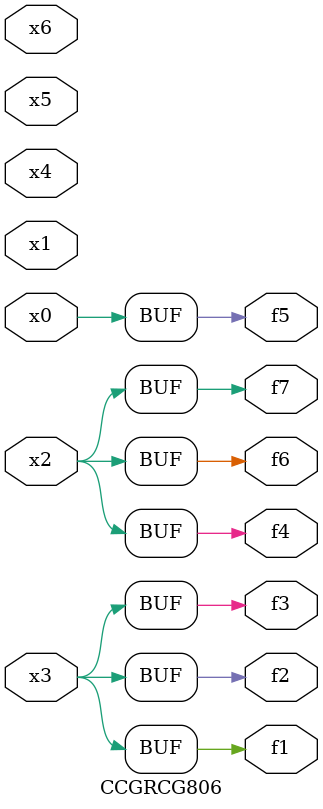
<source format=v>
module CCGRCG806(
	input x0, x1, x2, x3, x4, x5, x6,
	output f1, f2, f3, f4, f5, f6, f7
);
	assign f1 = x3;
	assign f2 = x3;
	assign f3 = x3;
	assign f4 = x2;
	assign f5 = x0;
	assign f6 = x2;
	assign f7 = x2;
endmodule

</source>
